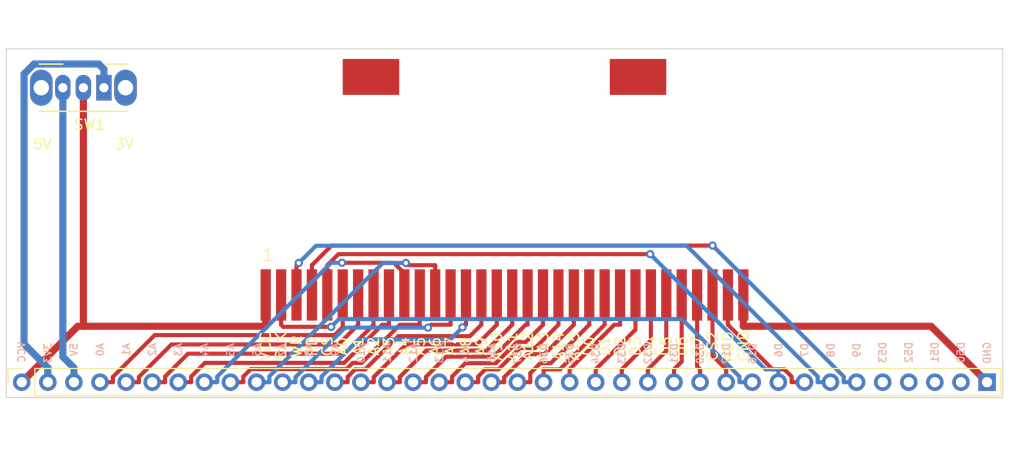
<source format=kicad_pcb>
(kicad_pcb (version 20211014) (generator pcbnew)
  (title_block (title "OSCR GAMEBOY ADAPTER") (date "2021-10-31") (rev "V1"))
  (layers (0 "F.Cu" signal) (31 "B.Cu" signal) (34 "B.Paste" user) (35 "F.Paste" user) (36 "B.SilkS" user "B.Silkscreen") (37 "F.SilkS" user "F.Silkscreen") (38 "B.Mask" user) (39 "F.Mask" user) (44 "Edge.Cuts" user))
  (net 0 "")
  (net 1 "D30")
  (net 2 "D31")
  (net 3 "D17")
  (net 4 "D8")
  (net 5 "D9")
  (net 6 "D6")
  (net 7 "D7")
  (net 8 "VCC")
  (net 9 "GND")
  (net 10 "+5V")
  (net 11 "D36")
  (net 12 "D37")
  (net 13 "D34")
  (net 14 "D32")
  (net 15 "D33")
  (net 16 "A14")
  (net 17 "A15")
  (net 18 "A12")
  (net 19 "A13")
  (net 20 "A10")
  (net 21 "A11")
  (net 22 "A8")
  (net 23 "A9")
  (net 24 "A6")
  (net 25 "A7")
  (net 26 "A4")
  (net 27 "A5")
  (net 28 "A2")
  (net 29 "A3")
  (net 30 "A0")
  (net 31 "A1")
  (net 32 "D35")
  (net 33 "D16")
  (net 34 "D53")
  (net 35 "D52")
  (net 36 "D51")
  (net 37 "D50")
  (net 38 "+3V3")
  (footprint "Connector_PinSocket_2.54mm:PinSocket_1x38_P2.54mm_Vertical" (layer "F.Cu") (at 102.56 81.395 90)
    (fp_text reference "J1")
    (fp_text value "CART SLOT TOP ROW")
    (fp_line (start 0 -1.33) (end 1.33 -1.33) (layer "F.SilkS") (width 0.12))
    (fp_line (start -1.33 1.27) (end 1.33 1.27) (layer "F.SilkS") (width 0.12))
    (fp_line (start -1.33 1.27) (end -1.33 95.31) (layer "F.SilkS") (width 0.12))
    (fp_line (start 1.33 -1.33) (end 1.33 0) (layer "F.SilkS") (width 0.12))
    (fp_line (start 1.33 1.27) (end 1.33 95.31) (layer "F.SilkS") (width 0.12))
    (fp_line (start -1.33 95.31) (end 1.33 95.31) (layer "F.SilkS") (width 0.12))
    (pad "1" thru_hole circle locked (at 0 0 90) (size 1.7 1.7) (drill 1) (layers *.Cu *.Mask) (net 8 "VCC"))
    (pad "2" thru_hole oval locked (at 0 2.54 90) (size 1.7 1.7) (drill 1) (layers *.Cu *.Mask) (net 38 "+3V3"))
    (pad "3" thru_hole oval locked (at 0 5.08 90) (size 1.7 1.7) (drill 1) (layers *.Cu *.Mask) (net 10 "+5V"))
    (pad "4" thru_hole oval locked (at 0 7.62 90) (size 1.7 1.7) (drill 1) (layers *.Cu *.Mask) (net 30 "A0"))
    (pad "5" thru_hole oval locked (at 0 10.16 90) (size 1.7 1.7) (drill 1) (layers *.Cu *.Mask) (net 31 "A1"))
    (pad "6" thru_hole oval locked (at 0 12.7 90) (size 1.7 1.7) (drill 1) (layers *.Cu *.Mask) (net 28 "A2"))
    (pad "7" thru_hole oval locked (at 0 15.24 90) (size 1.7 1.7) (drill 1) (layers *.Cu *.Mask) (net 29 "A3"))
    (pad "8" thru_hole oval locked (at 0 17.78 90) (size 1.7 1.7) (drill 1) (layers *.Cu *.Mask) (net 26 "A4"))
    (pad "9" thru_hole oval locked (at 0 20.32 90) (size 1.7 1.7) (drill 1) (layers *.Cu *.Mask) (net 27 "A5"))
    (pad "10" thru_hole oval locked (at 0 22.86 90) (size 1.7 1.7) (drill 1) (layers *.Cu *.Mask) (net 24 "A6"))
    (pad "11" thru_hole oval locked (at 0 25.4 90) (size 1.7 1.7) (drill 1) (layers *.Cu *.Mask) (net 25 "A7"))
    (pad "12" thru_hole oval locked (at 0 27.94 90) (size 1.7 1.7) (drill 1) (layers *.Cu *.Mask) (net 22 "A8"))
    (pad "13" thru_hole oval locked (at 0 30.48 90) (size 1.7 1.7) (drill 1) (layers *.Cu *.Mask) (net 23 "A9"))
    (pad "14" thru_hole oval locked (at 0 33.02 90) (size 1.7 1.7) (drill 1) (layers *.Cu *.Mask) (net 20 "A10"))
    (pad "15" thru_hole oval locked (at 0 35.56 90) (size 1.7 1.7) (drill 1) (layers *.Cu *.Mask) (net 21 "A11"))
    (pad "16" thru_hole oval locked (at 0 38.1 90) (size 1.7 1.7) (drill 1) (layers *.Cu *.Mask) (net 18 "A12"))
    (pad "17" thru_hole oval locked (at 0 40.64 90) (size 1.7 1.7) (drill 1) (layers *.Cu *.Mask) (net 19 "A13"))
    (pad "18" thru_hole oval locked (at 0 43.18 90) (size 1.7 1.7) (drill 1) (layers *.Cu *.Mask) (net 16 "A14"))
    (pad "19" thru_hole oval locked (at 0 45.72 90) (size 1.7 1.7) (drill 1) (layers *.Cu *.Mask) (net 17 "A15"))
    (pad "20" thru_hole oval locked (at 0 48.26 90) (size 1.7 1.7) (drill 1) (layers *.Cu *.Mask) (net 12 "D37"))
    (pad "21" thru_hole oval locked (at 0 50.8 90) (size 1.7 1.7) (drill 1) (layers *.Cu *.Mask) (net 11 "D36"))
    (pad "22" thru_hole oval locked (at 0 53.34 90) (size 1.7 1.7) (drill 1) (layers *.Cu *.Mask) (net 32 "D35"))
    (pad "23" thru_hole oval locked (at 0 55.88 90) (size 1.7 1.7) (drill 1) (layers *.Cu *.Mask) (net 13 "D34"))
    (pad "24" thru_hole oval locked (at 0 58.42 90) (size 1.7 1.7) (drill 1) (layers *.Cu *.Mask) (net 15 "D33"))
    (pad "25" thru_hole oval locked (at 0 60.96 90) (size 1.7 1.7) (drill 1) (layers *.Cu *.Mask) (net 14 "D32"))
    (pad "26" thru_hole oval locked (at 0 63.5 90) (size 1.7 1.7) (drill 1) (layers *.Cu *.Mask) (net 2 "D31"))
    (pad "27" thru_hole oval locked (at 0 66.04 90) (size 1.7 1.7) (drill 1) (layers *.Cu *.Mask) (net 1 "D30"))
    (pad "28" thru_hole oval locked (at 0 68.58 90) (size 1.7 1.7) (drill 1) (layers *.Cu *.Mask) (net 3 "D17"))
    (pad "29" thru_hole oval locked (at 0 71.12 90) (size 1.7 1.7) (drill 1) (layers *.Cu *.Mask) (net 33 "D16"))
    (pad "30" thru_hole oval locked (at 0 73.66 90) (size 1.7 1.7) (drill 1) (layers *.Cu *.Mask) (net 6 "D6"))
    (pad "31" thru_hole oval locked (at 0 76.2 90) (size 1.7 1.7) (drill 1) (layers *.Cu *.Mask) (net 7 "D7"))
    (pad "32" thru_hole oval locked (at 0 78.74 90) (size 1.7 1.7) (drill 1) (layers *.Cu *.Mask) (net 4 "D8"))
    (pad "33" thru_hole oval locked (at 0 81.28 90) (size 1.7 1.7) (drill 1) (layers *.Cu *.Mask) (net 5 "D9"))
    (pad "34" thru_hole oval locked (at 0 83.82 90) (size 1.7 1.7) (drill 1) (layers *.Cu *.Mask) (net 34 "D53"))
    (pad "35" thru_hole oval locked (at 0 86.36 90) (size 1.7 1.7) (drill 1) (layers *.Cu *.Mask) (net 35 "D52"))
    (pad "36" thru_hole oval locked (at 0 88.9 90) (size 1.7 1.7) (drill 1) (layers *.Cu *.Mask) (net 36 "D51"))
    (pad "37" thru_hole oval locked (at 0 91.44 90) (size 1.7 1.7) (drill 1) (layers *.Cu *.Mask) (net 37 "D50"))
    (pad "38" thru_hole rect locked (at 0 93.98 90) (size 1.7 1.7) (drill 1) (layers *.Cu *.Mask) (net 9 "GND"))
  )
  (footprint "Button_Switch_THT:SW_CuK_OS102011MA1QN1_SPDT_Angled" (layer "F.Cu") (at 110.56 52.695 180)
    (fp_text reference "SW1" (at 1.4 -3.6) (layer "F.SilkS"))
    (fp_text value "SW_SPDT")
    (fp_line (start -2.3 2.3) (end -0.1 2.3) (layer "F.SilkS") (width 0.15))
    (fp_line (start 4 2.3) (end 6.3 2.3) (layer "F.SilkS") (width 0.15))
    (fp_line (start -2.3 -2.3) (end 6.3 -2.3) (layer "F.SilkS") (width 0.15))
    (pad "" thru_hole oval locked (at 6.1 0 180) (size 2.2 3.5) (drill 1.5) (layers *.Cu *.Mask))
    (pad "" thru_hole oval locked (at -2.1 0 180) (size 2.2 3.5) (drill 1.5) (layers *.Cu *.Mask))
    (pad "1" thru_hole rect locked (at 0 0 180) (size 1.5 2.5) (drill 0.9) (layers *.Cu *.Mask) (net 38 "+3V3"))
    (pad "2" thru_hole oval locked (at 2 0 180) (size 1.5 2.5) (drill 0.9) (layers *.Cu *.Mask) (net 8 "VCC"))
    (pad "3" thru_hole oval locked (at 4 0 180) (size 1.5 2.5) (drill 0.9) (layers *.Cu *.Mask) (net 10 "+5V"))
  )
  (footprint "!sanni:GBA-SLOT-B" (layer "F.Cu") (at 149.56 67.895 90)
    (fp_text reference "J2" hide)
    (fp_text value "GBA_Slot" hide)
    (fp_text user "1" (at -1.79 -23.68) (layer "F.SilkS") (effects (font (size 1.2065 1.2065) (thickness 0.1016)) (justify left bottom)))
    (pad "" np_thru_hole circle locked (at 3.5 -13 90) (size 2.2 2.2) (drill 2.2) (layers *.Cu *.Mask))
    (pad "" np_thru_hole circle locked (at 3.5 13 90) (size 2.2 2.2) (drill 2.2) (layers *.Cu *.Mask))
    (pad "1" smd rect locked (at -5 -23.25 270) (size 5 1) (layers "F.Cu" "F.Paste" "F.Mask") (net 8 "VCC"))
    (pad "2" smd rect locked (at -5 -21.75 270) (size 5 1) (layers "F.Cu" "F.Paste" "F.Mask") (net 33 "D16"))
    (pad "3" smd rect locked (at -5 -20.25 270) (size 5 1) (layers "F.Cu" "F.Paste" "F.Mask") (net 4 "D8"))
    (pad "4" smd rect locked (at -5 -18.75 270) (size 5 1) (layers "F.Cu" "F.Paste" "F.Mask") (net 5 "D9"))
    (pad "5" smd rect locked (at -5 -17.25 270) (size 5 1) (layers "F.Cu" "F.Paste" "F.Mask") (net 6 "D6"))
    (pad "6" smd rect locked (at -5 -15.75 270) (size 5 1) (layers "F.Cu" "F.Paste" "F.Mask") (net 30 "A0"))
    (pad "7" smd rect locked (at -5 -14.25 270) (size 5 1) (layers "F.Cu" "F.Paste" "F.Mask") (net 31 "A1"))
    (pad "8" smd rect locked (at -5 -12.75 270) (size 5 1) (layers "F.Cu" "F.Paste" "F.Mask") (net 28 "A2"))
    (pad "9" smd rect locked (at -5 -11.25 270) (size 5 1) (layers "F.Cu" "F.Paste" "F.Mask") (net 29 "A3"))
    (pad "10" smd rect locked (at -5 -9.75 270) (size 5 1) (layers "F.Cu" "F.Paste" "F.Mask") (net 26 "A4"))
    (pad "11" smd rect locked (at -5 -8.25 270) (size 5 1) (layers "F.Cu" "F.Paste" "F.Mask") (net 27 "A5"))
    (pad "12" smd rect locked (at -5 -6.75 270) (size 5 1) (layers "F.Cu" "F.Paste" "F.Mask") (net 24 "A6"))
    (pad "13" smd rect locked (at -5 -5.25 270) (size 5 1) (layers "F.Cu" "F.Paste" "F.Mask") (net 25 "A7"))
    (pad "14" smd rect locked (at -5 -3.75 270) (size 5 1) (layers "F.Cu" "F.Paste" "F.Mask") (net 22 "A8"))
    (pad "15" smd rect locked (at -5 -2.25 270) (size 5 1) (layers "F.Cu" "F.Paste" "F.Mask") (net 23 "A9"))
    (pad "16" smd rect locked (at -5 -0.75 270) (size 5 1) (layers "F.Cu" "F.Paste" "F.Mask") (net 20 "A10"))
    (pad "17" smd rect locked (at -5 0.75 270) (size 5 1) (layers "F.Cu" "F.Paste" "F.Mask") (net 21 "A11"))
    (pad "18" smd rect locked (at -5 2.25 270) (size 5 1) (layers "F.Cu" "F.Paste" "F.Mask") (net 18 "A12"))
    (pad "19" smd rect locked (at -5 3.75 270) (size 5 1) (layers "F.Cu" "F.Paste" "F.Mask") (net 19 "A13"))
    (pad "20" smd rect locked (at -5 5.25 270) (size 5 1) (layers "F.Cu" "F.Paste" "F.Mask") (net 16 "A14"))
    (pad "21" smd rect locked (at -5 6.75 270) (size 5 1) (layers "F.Cu" "F.Paste" "F.Mask") (net 17 "A15"))
    (pad "22" smd rect locked (at -5 8.25 270) (size 5 1) (layers "F.Cu" "F.Paste" "F.Mask") (net 12 "D37"))
    (pad "23" smd rect locked (at -5 9.75 270) (size 5 1) (layers "F.Cu" "F.Paste" "F.Mask") (net 11 "D36"))
    (pad "24" smd rect locked (at -5 11.25 270) (size 5 1) (layers "F.Cu" "F.Paste" "F.Mask") (net 32 "D35"))
    (pad "25" smd rect locked (at -5 12.75 270) (size 5 1) (layers "F.Cu" "F.Paste" "F.Mask") (net 13 "D34"))
    (pad "26" smd rect locked (at -5 14.25 270) (size 5 1) (layers "F.Cu" "F.Paste" "F.Mask") (net 15 "D33"))
    (pad "27" smd rect locked (at -5 15.75 270) (size 5 1) (layers "F.Cu" "F.Paste" "F.Mask") (net 14 "D32"))
    (pad "28" smd rect locked (at -5 17.25 270) (size 5 1) (layers "F.Cu" "F.Paste" "F.Mask") (net 2 "D31"))
    (pad "29" smd rect locked (at -5 18.75 270) (size 5 1) (layers "F.Cu" "F.Paste" "F.Mask") (net 1 "D30"))
    (pad "30" smd rect locked (at -5 20.25 270) (size 5 1) (layers "F.Cu" "F.Paste" "F.Mask") (net 3 "D17"))
    (pad "31" smd rect locked (at -5 21.75 270) (size 5 1) (layers "F.Cu" "F.Paste" "F.Mask") (net 7 "D7"))
    (pad "32" smd rect locked (at -5 23.25 270) (size 5 1) (layers "F.Cu" "F.Paste" "F.Mask") (net 9 "GND"))
    (pad "SHIELD_3" smd rect locked (at 16.25 -13) (size 5.5 3.5) (layers "F.Cu" "F.Paste" "F.Mask"))
    (pad "SHIELD_4" smd rect locked (at 16.25 13) (size 5.5 3.5) (layers "F.Cu" "F.Paste" "F.Mask"))
  )
  (gr_line (start 101.06 82.895) (end 198.06 82.895) (layer "Edge.Cuts") (width 0.1))
  (gr_line (start 198.06 48.895) (end 101.06 48.895) (layer "Edge.Cuts") (width 0.1))
  (gr_line (start 101.06 48.895) (end 101.06 82.895) (layer "Edge.Cuts") (width 0.1))
  (gr_line (start 198.06 82.895) (end 198.06 48.895) (layer "Edge.Cuts") (width 0.1))
  (gr_text "D9" (at 183.86 77.515 90) (layer "B.SilkS") (effects (font (size 0.7 0.7) (thickness 0.125)) (justify left mirror)))
  (gr_text "A6" (at 125.44 77.515 90) (layer "B.SilkS") (effects (font (size 0.7 0.7) (thickness 0.125)) (justify left mirror)))
  (gr_text "D52" (at 188.92 77.395 90) (layer "B.SilkS") (effects (font (size 0.7 0.7) (thickness 0.125)) (justify left mirror)))
  (gr_text "A4" (at 120.36 77.515 90) (layer "B.SilkS") (effects (font (size 0.7 0.7) (thickness 0.125)) (justify left mirror)))
  (gr_text "A2" (at 115.28 77.515 90) (layer "B.SilkS") (effects (font (size 0.7 0.7) (thickness 0.125)) (justify left mirror)))
  (gr_text "D31" (at 166.08 77.515 90) (layer "B.SilkS") (effects (font (size 0.7 0.7) (thickness 0.125)) (justify left mirror)))
  (gr_text "D7" (at 178.78 77.515 90) (layer "B.SilkS") (effects (font (size 0.7 0.7) (thickness 0.125)) (justify left mirror)))
  (gr_text "A10" (at 135.6 77.515 90) (layer "B.SilkS") (effects (font (size 0.7 0.7) (thickness 0.125)) (justify left mirror)))
  (gr_text "D37" (at 150.84 77.515 90) (layer "B.SilkS") (effects (font (size 0.7 0.7) (thickness 0.125)) (justify left mirror)))
  (gr_text "D32" (at 163.54 77.515 90) (layer "B.SilkS") (effects (font (size 0.7 0.7) (thickness 0.125)) (justify left mirror)))
  (gr_text "D8" (at 181.32 77.515 90) (layer "B.SilkS") (effects (font (size 0.7 0.7) (thickness 0.125)) (justify left mirror)))
  (gr_text "D30" (at 168.62 77.515 90) (layer "B.SilkS") (effects (font (size 0.7 0.7) (thickness 0.125)) (justify left mirror)))
  (gr_text "A14" (at 145.76 77.515 90) (layer "B.SilkS") (effects (font (size 0.7 0.7) (thickness 0.125)) (justify left mirror)))
  (gr_text "D50" (at 194 77.395 90) (layer "B.SilkS") (effects (font (size 0.7 0.7) (thickness 0.125)) (justify left mirror)))
  (gr_text "3V3" (at 105.1 77.515 90) (layer "B.SilkS") (effects (font (size 0.7 0.7) (thickness 0.125)) (justify left mirror)))
  (gr_text "D6" (at 176.24 77.515 90) (layer "B.SilkS") (effects (font (size 0.7 0.7) (thickness 0.125)) (justify left mirror)))
  (gr_text "D53" (at 186.38 77.395 90) (layer "B.SilkS") (effects (font (size 0.7 0.7) (thickness 0.125)) (justify left mirror)))
  (gr_text "A0" (at 110.2 77.515 90) (layer "B.SilkS") (effects (font (size 0.7 0.7) (thickness 0.125)) (justify left mirror)))
  (gr_text "A5" (at 122.9 77.515 90) (layer "B.SilkS") (effects (font (size 0.7 0.7) (thickness 0.125)) (justify left mirror)))
  (gr_text "A1" (at 112.74 77.515 90) (layer "B.SilkS") (effects (font (size 0.7 0.7) (thickness 0.125)) (justify left mirror)))
  (gr_text "A12" (at 140.68 77.515 90) (layer "B.SilkS") (effects (font (size 0.7 0.7) (thickness 0.125)) (justify left mirror)))
  (gr_text "VCC" (at 102.56 77.395 90) (layer "B.SilkS") (effects (font (size 0.7 0.7) (thickness 0.125)) (justify left mirror)))
  (gr_text "A3" (at 117.82 77.515 90) (layer "B.SilkS") (effects (font (size 0.7 0.7) (thickness 0.125)) (justify left mirror)))
  (gr_text "D36" (at 153.38 77.515 90) (layer "B.SilkS") (effects (font (size 0.7 0.7) (thickness 0.125)) (justify left mirror)))
  (gr_text "D51" (at 191.46 77.395 90) (layer "B.SilkS") (effects (font (size 0.7 0.7) (thickness 0.125)) (justify left mirror)))
  (gr_text "D33" (at 161 77.515 90) (layer "B.SilkS") (effects (font (size 0.7 0.7) (thickness 0.125)) (justify left mirror)))
  (gr_text "D34" (at 158.46 77.515 90) (layer "B.SilkS") (effects (font (size 0.7 0.7) (thickness 0.125)) (justify left mirror)))
  (gr_text "D17" (at 171.16 77.515 90) (layer "B.SilkS") (effects (font (size 0.7 0.7) (thickness 0.125)) (justify left mirror)))
  (gr_text "A9" (at 133.06 77.515 90) (layer "B.SilkS") (effects (font (size 0.7 0.7) (thickness 0.125)) (justify left mirror)))
  (gr_text "A7" (at 127.98 77.515 90) (layer "B.SilkS") (effects (font (size 0.7 0.7) (thickness 0.125)) (justify left mirror)))
  (gr_text "GND" (at 196.54 77.395 90) (layer "B.SilkS") (effects (font (size 0.7 0.7) (thickness 0.125)) (justify left mirror)))
  (gr_text "A8" (at 130.52 77.515 90) (layer "B.SilkS") (effects (font (size 0.7 0.7) (thickness 0.125)) (justify left mirror)))
  (gr_text "A11" (at 138.14 77.515 90) (layer "B.SilkS") (effects (font (size 0.7 0.7) (thickness 0.125)) (justify left mirror)))
  (gr_text "A13" (at 143.22 77.515 90) (layer "B.SilkS") (effects (font (size 0.7 0.7) (thickness 0.125)) (justify left mirror)))
  (gr_text "D16" (at 173.7 77.515 90) (layer "B.SilkS") (effects (font (size 0.7 0.7) (thickness 0.125)) (justify left mirror)))
  (gr_text "A15" (at 148.3 77.515 90) (layer "B.SilkS") (effects (font (size 0.7 0.7) (thickness 0.125)) (justify left mirror)))
  (gr_text "5V" (at 107.64 77.515 90) (layer "B.SilkS") (effects (font (size 0.7 0.7) (thickness 0.125)) (justify left mirror)))
  (gr_text "D35" (at 155.92 77.515 90) (layer "B.SilkS") (effects (font (size 0.7 0.7) (thickness 0.125)) (justify left mirror)))
  (gr_text "D6\n" (at 166.81 77.895 90) (layer "F.SilkS") (effects (font (size 1 1))))
  (gr_text "D3" (at 162.31 77.895 90) (layer "F.SilkS") (effects (font (size 1 1))))
  (gr_text "A9" (at 147.31 77.895 90) (layer "F.SilkS") (effects (font (size 1 1))))
  (gr_text "A13" (at 153.31 77.895 90) (layer "F.SilkS") (effects (font (size 1 1))))
  (gr_text "D7" (at 168.31 77.869082 90) (layer "F.SilkS") (effects (font (size 1 1))))
  (gr_text "A14" (at 154.81 77.895 90) (layer "F.SilkS") (effects (font (size 1 1))))
  (gr_text "A1" (at 135.31 77.895 90) (layer "F.SilkS") (effects (font (size 1 1))))
  (gr_text "A15" (at 156.31 77.895 90) (layer "F.SilkS") (effects (font (size 1 1))))
  (gr_text "D5" (at 165.31 77.895 90) (layer "F.SilkS") (effects (font (size 1 1))))
  (gr_text "D4" (at 163.81 77.895 90) (layer "F.SilkS") (effects (font (size 1 1))))
  (gr_text "A12" (at 151.81 77.895 90) (layer "F.SilkS") (effects (font (size 1 1))))
  (gr_text "5V" (at 104.56 58.195) (layer "F.SilkS") (effects (font (size 1 1))))
  (gr_text "A3" (at 138.31 77.895 90) (layer "F.SilkS") (effects (font (size 1 1))))
  (gr_text "A0" (at 133.81 77.895 90) (layer "F.SilkS") (effects (font (size 1 1))))
  (gr_text "D1" (at 159.31 77.895 90) (layer "F.SilkS") (effects (font (size 1 1))))
  (gr_text "A7" (at 144.31 77.895 90) (layer "F.SilkS") (effects (font (size 1 1))))
  (gr_text "A4" (at 139.81 77.895 90) (layer "F.SilkS") (effects (font (size 1 1))))
  (gr_text "D0" (at 157.81 77.895 90) (layer "F.SilkS") (effects (font (size 1 1))))
  (gr_text "A10" (at 148.81 77.895 90) (layer "F.SilkS") (effects (font (size 1 1))))
  (gr_text "A6" (at 142.81 77.895 90) (layer "F.SilkS") (effects (font (size 1 1))))
  (gr_text "VCC" (at 126.31 77.895 90) (layer "F.SilkS") (effects (font (size 1 1))))
  (gr_text "RD" (at 130.81 77.895 90) (layer "F.SilkS") (effects (font (size 1 1))))
  (gr_text "3V\n" (at 112.56 58.195) (layer "F.SilkS") (effects (font (size 1 1))))
  (gr_text "D2" (at 160.81 77.895 90) (layer "F.SilkS") (effects (font (size 1 1))))
  (gr_text "A8\n" (at 145.81 77.895 90) (layer "F.SilkS") (effects (font (size 1 1))))
  (gr_text "CS2" (at 169.81 77.895 90) (layer "F.SilkS") (effects (font (size 1 1))))
  (gr_text "A2\n" (at 136.81 77.895 90) (layer "F.SilkS") (effects (font (size 1 1))))
  (gr_text "A11\n" (at 150.288089 77.913342 90) (layer "F.SilkS") (effects (font (size 1 1))))
  (gr_text "CLK" (at 127.81 77.895 90) (layer "F.SilkS") (effects (font (size 1 1))))
  (gr_text "GND" (at 172.824774 77.869082 90) (layer "F.SilkS") (effects (font (size 1 1))))
  (gr_text "A5" (at 141.31 77.895 90) (layer "F.SilkS") (effects (font (size 1 1))))
  (gr_text "WR" (at 129.31 77.895 90) (layer "F.SilkS") (effects (font (size 1 1))))
  (gr_text "CS" (at 132.31 77.895 90) (layer "F.SilkS") (effects (font (size 1 1))))
  (gr_text "AUD" (at 171.31 77.895 90) (layer "F.SilkS") (effects (font (size 1 1))))
  (segment (start 168.6 80.1447) (end 168.31 79.8547) (width 0.4) (layer "F.Cu") (net 1))
  (segment (start 168.31 79.8547) (end 168.31 72.895) (width 0.4) (layer "F.Cu") (net 1))
  (segment (start 168.6 81.395) (end 168.6 80.1447) (width 0.4) (layer "F.Cu") (net 1))
  (segment (start 166.81 79.3947) (end 166.81 72.895) (width 0.4) (layer "F.Cu") (net 2))
  (segment (start 166.06 80.1447) (end 166.81 79.3947) (width 0.4) (layer "F.Cu") (net 2))
  (segment (start 166.06 81.395) (end 166.06 80.1447) (width 0.4) (layer "F.Cu") (net 2))
  (segment (start 169.81 78.8147) (end 169.81 72.895) (width 0.4) (layer "F.Cu") (net 3))
  (segment (start 171.14 81.395) (end 171.14 80.1447) (width 0.4) (layer "F.Cu") (net 3))
  (segment (start 171.14 80.1447) (end 169.81 78.8147) (width 0.4) (layer "F.Cu") (net 3))
  (segment (start 129.31 69.9947) (end 129.5273 69.7774) (width 0.4) (layer "F.Cu") (net 4))
  (segment (start 129.31 72.895) (end 129.31 69.9947) (width 0.4) (layer "F.Cu") (net 4))
  (via (at 129.5273 69.7774) (size 0.8) (drill 0.4) (layers "F.Cu" "B.Cu") (net 4))
  (segment (start 180.0497 81.395) (end 180.0497 80.848) (width 0.4) (layer "B.Cu") (net 4))
  (segment (start 180.0497 80.848) (end 167.3002 68.0985) (width 0.4) (layer "B.Cu") (net 4))
  (segment (start 167.3002 68.0985) (end 131.2062 68.0985) (width 0.4) (layer "B.Cu") (net 4))
  (segment (start 181.3 81.395) (end 180.0497 81.395) (width 0.4) (layer "B.Cu") (net 4))
  (segment (start 131.2062 68.0985) (end 129.5273 69.7774) (width 0.4) (layer "B.Cu") (net 4))
  (segment (start 130.81 69.9947) (end 132.7237 68.081) (width 0.4) (layer "F.Cu") (net 5))
  (segment (start 130.81 72.895) (end 130.81 69.9947) (width 0.4) (layer "F.Cu") (net 5))
  (segment (start 132.7237 68.081) (end 169.8227 68.081) (width 0.4) (layer "F.Cu") (net 5))
  (via (at 169.8227 68.081) (size 0.8) (drill 0.4) (layers "F.Cu" "B.Cu") (net 5))
  (segment (start 182.5897 81.395) (end 182.5897 80.848) (width 0.4) (layer "B.Cu") (net 5))
  (segment (start 183.84 81.395) (end 182.5897 81.395) (width 0.4) (layer "B.Cu") (net 5))
  (segment (start 182.5897 80.848) (end 169.8227 68.081) (width 0.4) (layer "B.Cu") (net 5))
  (segment (start 133.3878 68.9169) (end 163.7419 68.9169) (width 0.4) (layer "F.Cu") (net 6))
  (segment (start 132.31 69.9947) (end 133.3878 68.9169) (width 0.4) (layer "F.Cu") (net 6))
  (segment (start 132.31 72.895) (end 132.31 69.9947) (width 0.4) (layer "F.Cu") (net 6))
  (via (at 163.7419 68.9169) (size 0.8) (drill 0.4) (layers "F.Cu" "B.Cu") (net 6))
  (segment (start 176.22 81.395) (end 176.22 80.1447) (width 0.4) (layer "B.Cu") (net 6))
  (segment (start 176.22 80.1447) (end 174.9697 80.1447) (width 0.4) (layer "B.Cu") (net 6))
  (segment (start 174.9697 80.1447) (end 163.7419 68.9169) (width 0.4) (layer "B.Cu") (net 6))
  (segment (start 178.76 81.395) (end 177.5097 81.395) (width 0.4) (layer "F.Cu") (net 7))
  (segment (start 177.5097 81.395) (end 177.5097 80.8479) (width 0.4) (layer "F.Cu") (net 7))
  (segment (start 177.5097 80.8479) (end 176.8065 80.1447) (width 0.4) (layer "F.Cu") (net 7))
  (segment (start 176.8065 80.1447) (end 175.6594 80.1447) (width 0.4) (layer "F.Cu") (net 7))
  (segment (start 175.6594 80.1447) (end 171.31 75.7953) (width 0.4) (layer "F.Cu") (net 7))
  (segment (start 171.31 72.895) (end 171.31 75.7953) (width 0.4) (layer "F.Cu") (net 7))
  (segment (start 108.56 75.9453) (end 108.56 52.695) (width 0.7) (layer "F.Cu") (net 8))
  (segment (start 126.31 72.895) (end 126.31 75.9453) (width 0.7) (layer "F.Cu") (net 8))
  (segment (start 108.0097 75.9453) (end 108.56 75.9453) (width 0.7) (layer "F.Cu") (net 8))
  (segment (start 108.56 75.9453) (end 126.31 75.9453) (width 0.7) (layer "F.Cu") (net 8))
  (segment (start 102.56 81.395) (end 108.0097 75.9453) (width 0.7) (layer "F.Cu") (net 8))
  (segment (start 191.0903 75.9453) (end 172.81 75.9453) (width 0.7) (layer "F.Cu") (net 9))
  (segment (start 172.81 72.895) (end 172.81 75.9453) (width 0.7) (layer "F.Cu") (net 9))
  (segment (start 196.54 81.395) (end 191.0903 75.9453) (width 0.7) (layer "F.Cu") (net 9))
  (segment (start 107.64 81.395) (end 107.64 79.9947) (width 0.7) (layer "B.Cu") (net 10))
  (segment (start 107.64 79.9947) (end 106.56 78.9147) (width 0.7) (layer "B.Cu") (net 10))
  (segment (start 106.56 78.9147) (end 106.56 52.695) (width 0.7) (layer "B.Cu") (net 10))
  (segment (start 153.36 80.1447) (end 154.9606 80.1447) (width 0.4) (layer "F.Cu") (net 11))
  (segment (start 153.36 81.395) (end 153.36 80.1447) (width 0.4) (layer "F.Cu") (net 11))
  (segment (start 154.9606 80.1447) (end 159.31 75.7953) (width 0.4) (layer "F.Cu") (net 11))
  (segment (start 159.31 72.895) (end 159.31 75.7953) (width 0.4) (layer "F.Cu") (net 11))
  (segment (start 150.82 81.395) (end 152.0703 81.395) (width 0.4) (layer "F.Cu") (net 12))
  (segment (start 152.0703 80.518) (end 153.044 79.5443) (width 0.4) (layer "F.Cu") (net 12))
  (segment (start 153.044 79.5443) (end 154.061 79.5443) (width 0.4) (layer "F.Cu") (net 12))
  (segment (start 157.81 72.895) (end 157.81 75.7953) (width 0.4) (layer "F.Cu") (net 12))
  (segment (start 152.0703 81.395) (end 152.0703 80.518) (width 0.4) (layer "F.Cu") (net 12))
  (segment (start 154.061 79.5443) (end 157.81 75.7953) (width 0.4) (layer "F.Cu") (net 12))
  (segment (start 158.44 81.395) (end 158.44 80.1447) (width 0.4) (layer "F.Cu") (net 13))
  (segment (start 162.31 76.2747) (end 162.31 72.895) (width 0.4) (layer "F.Cu") (net 13))
  (segment (start 158.44 80.1447) (end 162.31 76.2747) (width 0.4) (layer "F.Cu") (net 13))
  (segment (start 165.31 78.3547) (end 165.31 72.895) (width 0.4) (layer "F.Cu") (net 14))
  (segment (start 163.52 80.1447) (end 165.31 78.3547) (width 0.4) (layer "F.Cu") (net 14))
  (segment (start 163.52 81.395) (end 163.52 80.1447) (width 0.4) (layer "F.Cu") (net 14))
  (segment (start 160.98 81.395) (end 160.98 80.1447) (width 0.4) (layer "F.Cu") (net 15))
  (segment (start 163.81 77.3147) (end 163.81 72.895) (width 0.4) (layer "F.Cu") (net 15))
  (segment (start 160.98 80.1447) (end 163.81 77.3147) (width 0.4) (layer "F.Cu") (net 15))
  (segment (start 154.81 75.7953) (end 152.5363 78.069) (width 0.4) (layer "F.Cu") (net 16))
  (segment (start 148.9662 80.1447) (end 147.6935 80.1447) (width 0.4) (layer "F.Cu") (net 16))
  (segment (start 146.9903 80.8479) (end 146.9903 81.395) (width 0.4) (layer "F.Cu") (net 16))
  (segment (start 152.5363 78.069) (end 151.0419 78.069) (width 0.4) (layer "F.Cu") (net 16))
  (segment (start 145.74 81.395) (end 146.9903 81.395) (width 0.4) (layer "F.Cu") (net 16))
  (segment (start 151.0419 78.069) (end 148.9662 80.1447) (width 0.4) (layer "F.Cu") (net 16))
  (segment (start 154.81 72.895) (end 154.81 75.7953) (width 0.4) (layer "F.Cu") (net 16))
  (segment (start 147.6935 80.1447) (end 146.9903 80.8479) (width 0.4) (layer "F.Cu") (net 16))
  (segment (start 156.31 72.895) (end 156.31 75.7953) (width 0.4) (layer "F.Cu") (net 17))
  (segment (start 149.5303 80.9122) (end 149.5303 81.395) (width 0.4) (layer "F.Cu") (net 17))
  (segment (start 156.31 75.7953) (end 153.436 78.6693) (width 0.4) (layer "F.Cu") (net 17))
  (segment (start 153.436 78.6693) (end 151.7732 78.6693) (width 0.4) (layer "F.Cu") (net 17))
  (segment (start 148.28 81.395) (end 149.5303 81.395) (width 0.4) (layer "F.Cu") (net 17))
  (segment (start 151.7732 78.6693) (end 149.5303 80.9122) (width 0.4) (layer "F.Cu") (net 17))
  (segment (start 143.8783 78.9089) (end 148.5042 78.9089) (width 0.4) (layer "F.Cu") (net 18))
  (segment (start 151.81 72.895) (end 151.81 75.7953) (width 0.4) (layer "F.Cu") (net 18))
  (segment (start 141.9103 81.395) (end 141.9103 80.8769) (width 0.4) (layer "F.Cu") (net 18))
  (segment (start 151.6178 75.7953) (end 151.81 75.7953) (width 0.4) (layer "F.Cu") (net 18))
  (segment (start 141.9103 80.8769) (end 143.8783 78.9089) (width 0.4) (layer "F.Cu") (net 18))
  (segment (start 140.66 81.395) (end 141.9103 81.395) (width 0.4) (layer "F.Cu") (net 18))
  (segment (start 148.5042 78.9089) (end 151.6178 75.7953) (width 0.4) (layer "F.Cu") (net 18))
  (segment (start 153.31 75.7953) (end 151.6366 77.4687) (width 0.4) (layer "F.Cu") (net 19))
  (segment (start 150.7933 77.4687) (end 148.7176 79.5444) (width 0.4) (layer "F.Cu") (net 19))
  (segment (start 145.7538 79.5444) (end 144.4503 80.8479) (width 0.4) (layer "F.Cu") (net 19))
  (segment (start 144.4503 80.8479) (end 144.4503 81.395) (width 0.4) (layer "F.Cu") (net 19))
  (segment (start 153.31 72.895) (end 153.31 75.7953) (width 0.4) (layer "F.Cu") (net 19))
  (segment (start 151.6366 77.4687) (end 150.7933 77.4687) (width 0.4) (layer "F.Cu") (net 19))
  (segment (start 143.2 81.395) (end 144.4503 81.395) (width 0.4) (layer "F.Cu") (net 19))
  (segment (start 148.7176 79.5444) (end 145.7538 79.5444) (width 0.4) (layer "F.Cu") (net 19))
  (segment (start 146.897 77.7083) (end 148.81 75.7953) (width 0.4) (layer "F.Cu") (net 20))
  (segment (start 140.0098 77.7083) (end 146.897 77.7083) (width 0.4) (layer "F.Cu") (net 20))
  (segment (start 136.8303 80.8878) (end 140.0098 77.7083) (width 0.4) (layer "F.Cu") (net 20))
  (segment (start 136.8303 81.395) (end 136.8303 80.8878) (width 0.4) (layer "F.Cu") (net 20))
  (segment (start 148.81 72.895) (end 148.81 75.7953) (width 0.4) (layer "F.Cu") (net 20))
  (segment (start 135.58 81.395) (end 136.8303 81.395) (width 0.4) (layer "F.Cu") (net 20))
  (segment (start 139.3703 81.395) (end 139.3703 80.8834) (width 0.4) (layer "F.Cu") (net 21))
  (segment (start 139.3703 80.8834) (end 141.9451 78.3086) (width 0.4) (layer "F.Cu") (net 21))
  (segment (start 150.31 72.895) (end 150.31 75.7953) (width 0.4) (layer "F.Cu") (net 21))
  (segment (start 138.12 81.395) (end 139.3703 81.395) (width 0.4) (layer "F.Cu") (net 21))
  (segment (start 147.7967 78.3086) (end 150.31 75.7953) (width 0.4) (layer "F.Cu") (net 21))
  (segment (start 141.9451 78.3086) (end 147.7967 78.3086) (width 0.4) (layer "F.Cu") (net 21))
  (segment (start 145.81 72.895) (end 145.81 75.7953) (width 0.4) (layer "F.Cu") (net 22))
  (segment (start 145.7221 75.7953) (end 145.81 75.7953) (width 0.4) (layer "F.Cu") (net 22))
  (segment (start 145.4659 76.0515) (end 145.7221 75.7953) (width 0.4) (layer "F.Cu") (net 22))
  (via (at 145.4659 76.0515) (size 0.8) (drill 0.4) (layers "F.Cu" "B.Cu") (net 22))
  (segment (start 131.7503 81.395) (end 131.7503 80.8479) (width 0.4) (layer "B.Cu") (net 22))
  (segment (start 144.2944 77.223) (end 145.4659 76.0515) (width 0.4) (layer "B.Cu") (net 22))
  (segment (start 130.5 81.395) (end 131.7503 81.395) (width 0.4) (layer "B.Cu") (net 22))
  (segment (start 131.7503 80.8479) (end 135.3752 77.223) (width 0.4) (layer "B.Cu") (net 22))
  (segment (start 135.3752 77.223) (end 144.2944 77.223) (width 0.4) (layer "B.Cu") (net 22))
  (segment (start 147.31 72.895) (end 147.31 75.7953) (width 0.4) (layer "F.Cu") (net 23))
  (segment (start 135.0226 80.1446) (end 135.9923 80.1446) (width 0.4) (layer "F.Cu") (net 23))
  (segment (start 146.1972 76.9081) (end 147.31 75.7953) (width 0.4) (layer "F.Cu") (net 23))
  (segment (start 134.2903 81.395) (end 134.2903 80.8769) (width 0.4) (layer "F.Cu") (net 23))
  (segment (start 133.04 81.395) (end 134.2903 81.395) (width 0.4) (layer "F.Cu") (net 23))
  (segment (start 139.2288 76.9081) (end 146.1972 76.9081) (width 0.4) (layer "F.Cu") (net 23))
  (segment (start 134.2903 80.8769) (end 135.0226 80.1446) (width 0.4) (layer "F.Cu") (net 23))
  (segment (start 135.9923 80.1446) (end 139.2288 76.9081) (width 0.4) (layer "F.Cu") (net 23))
  (segment (start 142.81 69.9947) (end 140.1769 69.9947) (width 0.4) (layer "F.Cu") (net 24))
  (segment (start 142.81 72.895) (end 142.81 69.9947) (width 0.4) (layer "F.Cu") (net 24))
  (segment (start 140.1769 69.9947) (end 139.9602 69.778) (width 0.4) (layer "F.Cu") (net 24))
  (via (at 139.9602 69.778) (size 0.8) (drill 0.4) (layers "F.Cu" "B.Cu") (net 24))
  (segment (start 125.42 81.395) (end 126.6703 81.395) (width 0.4) (layer "B.Cu") (net 24))
  (segment (start 126.6703 81.395) (end 126.6703 80.8214) (width 0.4) (layer "B.Cu") (net 24))
  (segment (start 137.7137 69.778) (end 139.9602 69.778) (width 0.4) (layer "B.Cu") (net 24))
  (segment (start 126.6703 80.8214) (end 137.7137 69.778) (width 0.4) (layer "B.Cu") (net 24))
  (segment (start 144.31 75.7953) (end 142.393 75.7953) (width 0.4) (layer "F.Cu") (net 25))
  (segment (start 144.31 72.895) (end 144.31 75.7953) (width 0.4) (layer "F.Cu") (net 25))
  (segment (start 142.393 75.7953) (end 142.1111 76.0772) (width 0.4) (layer "F.Cu") (net 25))
  (via (at 142.1111 76.0772) (size 0.8) (drill 0.4) (layers "F.Cu" "B.Cu") (net 25))
  (segment (start 129.2103 81.395) (end 129.2103 80.8992) (width 0.4) (layer "B.Cu") (net 25))
  (segment (start 129.2103 80.8992) (end 134.0323 76.0772) (width 0.4) (layer "B.Cu") (net 25))
  (segment (start 127.96 81.395) (end 129.2103 81.395) (width 0.4) (layer "B.Cu") (net 25))
  (segment (start 134.0323 76.0772) (end 142.1111 76.0772) (width 0.4) (layer "B.Cu") (net 25))
  (segment (start 138.7863 69.7559) (end 133.7414 69.7559) (width 0.4) (layer "F.Cu") (net 26))
  (segment (start 139.81 72.895) (end 139.81 70.7796) (width 0.4) (layer "F.Cu") (net 26))
  (segment (start 139.81 70.7796) (end 138.7863 69.7559) (width 0.4) (layer "F.Cu") (net 26))
  (via (at 133.7414 69.7559) (size 0.8) (drill 0.4) (layers "F.Cu" "B.Cu") (net 26))
  (segment (start 132.6824 69.7559) (end 133.7414 69.7559) (width 0.4) (layer "B.Cu") (net 26))
  (segment (start 120.34 81.395) (end 121.5903 81.395) (width 0.4) (layer "B.Cu") (net 26))
  (segment (start 121.5903 80.848) (end 132.6824 69.7559) (width 0.4) (layer "B.Cu") (net 26))
  (segment (start 121.5903 81.395) (end 121.5903 80.848) (width 0.4) (layer "B.Cu") (net 26))
  (segment (start 124.1303 81.395) (end 124.1303 80.8479) (width 0.4) (layer "F.Cu") (net 27))
  (segment (start 134.7857 79.5174) (end 135.6498 79.5174) (width 0.4) (layer "F.Cu") (net 27))
  (segment (start 134.1854 80.1177) (end 134.7857 79.5174) (width 0.4) (layer "F.Cu") (net 27))
  (segment (start 124.1303 80.8479) (end 124.8605 80.1177) (width 0.4) (layer "F.Cu") (net 27))
  (segment (start 122.88 81.395) (end 124.1303 81.395) (width 0.4) (layer "F.Cu") (net 27))
  (segment (start 124.8605 80.1177) (end 134.1854 80.1177) (width 0.4) (layer "F.Cu") (net 27))
  (segment (start 141.31 72.895) (end 141.31 75.7953) (width 0.4) (layer "F.Cu") (net 27))
  (segment (start 139.3719 75.7953) (end 141.31 75.7953) (width 0.4) (layer "F.Cu") (net 27))
  (segment (start 135.6498 79.5174) (end 139.3719 75.7953) (width 0.4) (layer "F.Cu") (net 27))
  (segment (start 118.7413 78.617) (end 133.9883 78.617) (width 0.4) (layer "F.Cu") (net 28))
  (segment (start 115.26 81.395) (end 116.5103 81.395) (width 0.4) (layer "F.Cu") (net 28))
  (segment (start 133.9883 78.617) (end 136.81 75.7953) (width 0.4) (layer "F.Cu") (net 28))
  (segment (start 136.81 72.895) (end 136.81 75.7953) (width 0.4) (layer "F.Cu") (net 28))
  (segment (start 116.5103 81.395) (end 116.5103 80.848) (width 0.4) (layer "F.Cu") (net 28))
  (segment (start 116.5103 80.848) (end 118.7413 78.617) (width 0.4) (layer "F.Cu") (net 28))
  (segment (start 138.31 72.895) (end 138.31 75.7953) (width 0.4) (layer "F.Cu") (net 29))
  (segment (start 117.8 81.395) (end 119.0503 81.395) (width 0.4) (layer "F.Cu") (net 29))
  (segment (start 120.3809 79.5174) (end 133.9368 79.5174) (width 0.4) (layer "F.Cu") (net 29))
  (segment (start 133.9368 79.5174) (end 137.6589 75.7953) (width 0.4) (layer "F.Cu") (net 29))
  (segment (start 137.6589 75.7953) (end 138.31 75.7953) (width 0.4) (layer "F.Cu") (net 29))
  (segment (start 119.0503 80.848) (end 120.3809 79.5174) (width 0.4) (layer "F.Cu") (net 29))
  (segment (start 119.0503 81.395) (end 119.0503 80.848) (width 0.4) (layer "F.Cu") (net 29))
  (segment (start 110.18 81.395) (end 111.4303 81.395) (width 0.4) (layer "F.Cu") (net 30))
  (segment (start 133.81 72.895) (end 133.81 75.7953) (width 0.4) (layer "F.Cu") (net 30))
  (segment (start 133.81 76.0134) (end 133.81 75.7953) (width 0.4) (layer "F.Cu") (net 30))
  (segment (start 115.5018 76.8054) (end 133.018 76.8054) (width 0.4) (layer "F.Cu") (net 30))
  (segment (start 133.018 76.8054) (end 133.81 76.0134) (width 0.4) (layer "F.Cu") (net 30))
  (segment (start 111.4303 81.395) (end 111.4303 80.8769) (width 0.4) (layer "F.Cu") (net 30))
  (segment (start 111.4303 80.8769) (end 115.5018 76.8054) (width 0.4) (layer "F.Cu") (net 30))
  (segment (start 133.3888 77.7165) (end 135.31 75.7953) (width 0.4) (layer "F.Cu") (net 31))
  (segment (start 113.9703 80.8769) (end 117.1307 77.7165) (width 0.4) (layer "F.Cu") (net 31))
  (segment (start 135.31 72.895) (end 135.31 75.7953) (width 0.4) (layer "F.Cu") (net 31))
  (segment (start 113.9703 81.395) (end 113.9703 80.8769) (width 0.4) (layer "F.Cu") (net 31))
  (segment (start 117.1307 77.7165) (end 133.3888 77.7165) (width 0.4) (layer "F.Cu") (net 31))
  (segment (start 112.72 81.395) (end 113.9703 81.395) (width 0.4) (layer "F.Cu") (net 31))
  (segment (start 160.2494 75.7953) (end 155.9 80.1447) (width 0.4) (layer "F.Cu") (net 32))
  (segment (start 160.81 75.7953) (end 160.2494 75.7953) (width 0.4) (layer "F.Cu") (net 32))
  (segment (start 155.9 81.395) (end 155.9 80.1447) (width 0.4) (layer "F.Cu") (net 32))
  (segment (start 160.81 72.895) (end 160.81 75.7953) (width 0.4) (layer "F.Cu") (net 32))
  (segment (start 132.6865 76.0051) (end 128.0198 76.0051) (width 0.4) (layer "F.Cu") (net 33))
  (segment (start 127.81 72.895) (end 127.81 75.7953) (width 0.4) (layer "F.Cu") (net 33))
  (segment (start 128.0198 76.0051) (end 127.81 75.7953) (width 0.4) (layer "F.Cu") (net 33))
  (via (at 132.6865 76.0051) (size 0.8) (drill 0.4) (layers "F.Cu" "B.Cu") (net 33))
  (segment (start 133.4453 75.2463) (end 132.6865 76.0051) (width 0.4) (layer "B.Cu") (net 33))
  (segment (start 166.828 75.2463) (end 133.4453 75.2463) (width 0.4) (layer "B.Cu") (net 33))
  (segment (start 173.68 81.395) (end 172.4297 81.395) (width 0.4) (layer "B.Cu") (net 33))
  (segment (start 172.4297 81.395) (end 172.4297 80.848) (width 0.4) (layer "B.Cu") (net 33))
  (segment (start 172.4297 80.848) (end 166.828 75.2463) (width 0.4) (layer "B.Cu") (net 33))
  (segment (start 110.56 52.695) (end 110.56 50.8947) (width 0.7) (layer "B.Cu") (net 38))
  (segment (start 110.0484 50.3831) (end 110.56 50.8947) (width 0.7) (layer "B.Cu") (net 38))
  (segment (start 102.7843 51.363) (end 103.7642 50.3831) (width 0.7) (layer "B.Cu") (net 38))
  (segment (start 105.1 81.395) (end 105.1 79.9947) (width 0.7) (layer "B.Cu") (net 38))
  (segment (start 102.7843 77.679) (end 102.7843 51.363) (width 0.7) (layer "B.Cu") (net 38))
  (segment (start 105.1 79.9947) (end 102.7843 77.679) (width 0.7) (layer "B.Cu") (net 38))
  (segment (start 103.7642 50.3831) (end 110.0484 50.3831) (width 0.7) (layer "B.Cu") (net 38))
)
</source>
